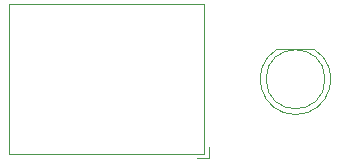
<source format=gbr>
%TF.GenerationSoftware,KiCad,Pcbnew,8.0.0*%
%TF.CreationDate,2024-05-19T22:30:32-07:00*%
%TF.ProjectId,3DPT-breakout-v2,33445054-2d62-4726-9561-6b6f75742d76,rev?*%
%TF.SameCoordinates,Original*%
%TF.FileFunction,Legend,Bot*%
%TF.FilePolarity,Positive*%
%FSLAX46Y46*%
G04 Gerber Fmt 4.6, Leading zero omitted, Abs format (unit mm)*
G04 Created by KiCad (PCBNEW 8.0.0) date 2024-05-19 22:30:32*
%MOMM*%
%LPD*%
G01*
G04 APERTURE LIST*
%ADD10C,0.120000*%
G04 APERTURE END LIST*
D10*
%TO.C,SW1*%
X108700000Y-106700000D02*
X108700000Y-105700000D01*
X91725000Y-93650000D02*
X108275000Y-93650000D01*
X108275000Y-93650000D02*
X108275000Y-106350000D01*
X91725000Y-106350000D02*
X108275000Y-106350000D01*
X108700000Y-106700000D02*
X107700000Y-106700000D01*
X91725000Y-93650000D02*
X91725000Y-106350000D01*
%TO.C,D1*%
X117545000Y-97435000D02*
X114455000Y-97435000D01*
X116000462Y-102985000D02*
G75*
G02*
X114455170Y-97435000I-462J2990000D01*
G01*
X117544830Y-97435001D02*
G75*
G02*
X115999538Y-102984999I-1544830J-2559999D01*
G01*
X118500000Y-99995000D02*
G75*
G02*
X113500000Y-99995000I-2500000J0D01*
G01*
X113500000Y-99995000D02*
G75*
G02*
X118500000Y-99995000I2500000J0D01*
G01*
%TD*%
M02*

</source>
